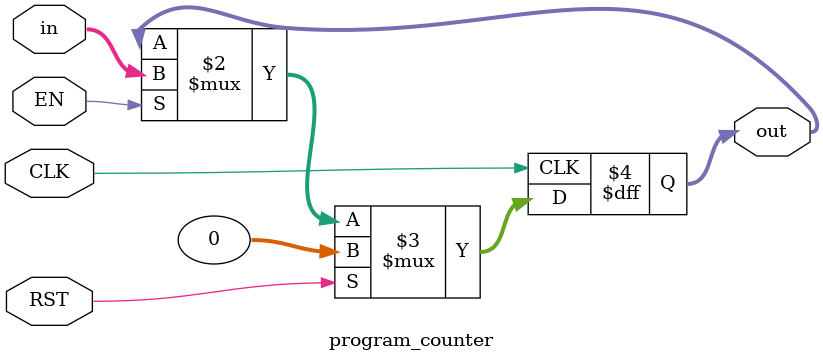
<source format=sv>
module program_counter #(parameter N = 32, INIT = 0) (
  input logic CLK, RST,
  input logic EN,
  input logic [N - 1:0] in,
  output logic [N - 1:0] out
);
  always @ (posedge CLK) begin
    out <= (RST) ? INIT : (EN) ? in : out;
  end
endmodule

</source>
